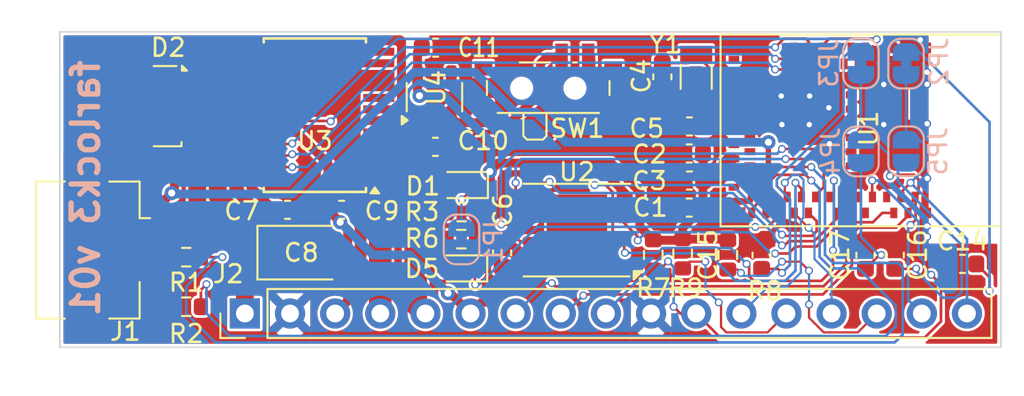
<source format=kicad_pcb>
(kicad_pcb (version 20241229) (generator "pcbnew") (generator_version "9.0")
  (title_block (title "farlock3") (date "2025-06-08") (rev "v01") (comment 4 "Author: Joel Frazier"))
  (layers (0 "F.Cu" signal) (2 "B.Cu" signal) (13 "F.Paste" user) (15 "B.Paste" user) (5 "F.SilkS" user "F.Silkscreen") (7 "B.SilkS" user "B.Silkscreen") (1 "F.Mask" user) (3 "B.Mask" user) (25 "Edge.Cuts" user))
  (net 0 "")
  (net 1 "+3V3")
  (net 2 "LED_ACCD+")
  (net 3 "LED_ACCG+")
  (net 4 "P0.25")
  (net 5 "Net-(D5-A)")
  (net 6 "Net-(D1-A)")
  (net 7 "Net-(U1-D+)")
  (net 8 "D+_CON")
  (net 9 "Net-(U1-D-)")
  (net 10 "D-_CON")
  (net 11 "+VDC")
  (net 12 "VBUS")
  (net 13 "VIN")
  (net 15 "SW_POS2")
  (net 16 "Net-(SW1-B)")
  (net 17 "P0.17")
  (net 18 "P0.22")
  (net 19 "P0.19")
  (net 20 "P0.23")
  (net 21 "P0.20")
  (net 22 "P0.21")
  (net 23 "P0.30")
  (net 24 "MOTOR_2")
  (net 25 "P0.29")
  (net 26 "MOTOR_1")
  (net 27 "P0.28")
  (net 31 "P0.31")
  (net 50 "Net-(U1-P0.01{slash}XL2)")
  (net 53 "P0.13")
  (net 55 "LED_ACCG-")
  (net 56 "Net-(U1-P0.00{slash}XL1)")
  (net 60 "SWDCLK")
  (net 62 "RESET")
  (net 63 "LED_ACCD-")
  (net 66 "P0.09{slash}NFC1")
  (net 67 "SWDIO")
  (net 68 "P0.10{slash}NFC2")
  (net 73 "Net-(D1-K)")
  (net 74 "Net-(JP5-A)")
  (net 75 "Net-(JP4-A)")
  (net 76 "Net-(JP3-A)")
  (net 77 "Net-(JP2-A)")
  (footprint "Capacitor_SMD:C_0603_1608Metric" (layer "F.Cu") (at 165.341 133.858 180)
    (property "Reference" "C2")
    (property "Value" "10µF")
  )
  (footprint "Resistor_SMD:R_0603_1608Metric" (layer "F.Cu") (at 167.513 139.573 -90)
    (property "Reference" "R8")
    (property "Value" "330")
  )
  (footprint "Capacitor_SMD:C_0603_1608Metric" (layer "F.Cu") (at 180.721 140.081 180)
    (property "Reference" "C14")
    (property "Value" "300pF")
  )
  (footprint "MDBT50Q:MDBT50Q" (layer "F.Cu") (at 175.006 132.558 -90)
    (property "Reference" "U1")
    (property "Value" "MDBT50Q")
  )
  (footprint "LED_SMD:LED_0603_1608Metric" (layer "F.Cu") (at 152.4895 140.335 180)
    (property "Reference" "D5")
    (property "Value" "Blue")
  )
  (footprint "Resistor_SMD:R_0603_1608Metric" (layer "F.Cu") (at 163.322 139.573 90)
    (property "Reference" "R7")
    (property "Value" "10k")
  )
  (footprint "Capacitor_SMD:C_0603_1608Metric" (layer "F.Cu") (at 154.813 139.459 90)
    (property "Reference" "C6")
    (property "Value" "0.1µF")
  )
  (footprint "Resistor_SMD:R_0603_1608Metric" (layer "F.Cu") (at 152.527 137.16 180)
    (property "Reference" "R3")
    (property "Value" "1k")
  )
  (footprint "Capacitor_SMD:C_0603_1608Metric" (layer "F.Cu") (at 145.783 137.033)
    (property "Reference" "C9")
    (property "Value" "0.1µF")
  )
  (footprint "Capacitor_SMD:C_0603_1608Metric" (layer "F.Cu") (at 169.418 139.586 90)
    (property "Reference" "C15")
    (property "Value" "300pF")
  )
  (footprint "LED_SMD:LED_0603_1608Metric" (layer "F.Cu") (at 152.527 135.636 180)
    (property "Reference" "D1")
    (property "Value" "Red")
  )
  (footprint "Capacitor_Tantalum_SMD:CP_EIA-3528-21_Kemet-B" (layer "F.Cu") (at 143.51 139.446)
    (property "Reference" "C8")
    (property "Value" "10µF")
  )
  (footprint "Resistor_SMD:R_0603_1608Metric" (layer "F.Cu") (at 164.973 139.509 -90)
    (property "Reference" "R9")
    (property "Value" "330")
  )
  (footprint "Resistor_SMD:R_0603_1608Metric" (layer "F.Cu") (at 137.033 142.494 180)
    (property "Reference" "R2")
    (property "Value" "27")
  )
  (footprint "Package_SO:SSOP-24_5.3x8.2mm_P0.65mm" (layer "F.Cu") (at 144.272 131.699 180)
    (property "Reference" "U3")
    (property "Value" "TB6612FNG")
  )
  (footprint "Capacitor_SMD:C_0603_1608Metric" (layer "F.Cu") (at 165.354 135.382 180)
    (property "Reference" "C3")
    (property "Value" "0.1µF")
  )
  (footprint "Package_TO_SOT_SMD:SOT-23-5" (layer "F.Cu") (at 151.003 130.683 90)
    (property "Reference" "U4")
    (property "Value" "AP2112K-3.3")
  )
  (footprint "Crystal:Crystal_SMD_3215-2Pin_3.2x1.5mm" (layer "F.Cu") (at 165.735 129.54 90)
    (property "Reference" "Y1")
    (property "Value" "32.768kHz")
  )
  (footprint "Package_TO_SOT_SMD:TO-277A" (layer "F.Cu") (at 133.604 131.191 -90)
    (property "Reference" "D2")
    (property "Value" "6A/45V/520mV")
  )
  (footprint "Capacitor_SMD:C_0603_1608Metric" (layer "F.Cu") (at 151.056 133.4825)
    (property "Reference" "C10")
    (property "Value" "1.0µF")
  )
  (footprint "Capacitor_SMD:C_0603_1608Metric" (layer "F.Cu") (at 151.069 127.8945)
    (property "Reference" "C11")
    (property "Value" "1.0µF")
  )
  (footprint "Button_Switch_SMD:SW_SPDT_PCM12" (layer "F.Cu") (at 157.409 129.845)
    (property "Reference" "SW1")
    (property "Value" "SW_SPDT")
  )
  (footprint "Resistor_SMD:R_0603_1608Metric" (layer "F.Cu") (at 152.515 138.684 180)
    (property "Reference" "R6")
    (property "Value" "1k")
  )
  (footprint "Capacitor_SMD:C_0603_1608Metric" (layer "F.Cu") (at 142.735 137.033)
    (property "Reference" "C7")
    (property "Value" "0.1µF")
  )
  (footprint "Capacitor_SMD:C_0603_1608Metric" (layer "F.Cu") (at 165.341 136.906 180)
    (property "Reference" "C1")
    (property "Value" "10µF")
  )
  (footprint "Capacitor_SMD:C_0603_1608Metric" (layer "F.Cu") (at 165.354 132.334 180)
    (property "Reference" "C5")
    (property "Value" "15pF")
  )
  (footprint "Capacitor_SMD:C_0603_1608Metric" (layer "F.Cu") (at 175.26 139.586 90)
    (property "Reference" "C17")
    (property "Value" "DNP")
  )
  (footprint "Connector_USB:USB_Micro-B_Amphenol_10104110_Horizontal" (layer "F.Cu") (at 132.75 139.3 -90)
    (property "Reference" "J1")
    (property "Value" "USB_B_Micro")
  )
  (footprint "Connector_PinHeader_2.54mm:PinHeader_1x17_P2.54mm_Vertical" (layer "F.Cu") (at 140.335 142.875 90)
    (property "Reference" "J2")
    (property "Value" "Conn_01x17")
  )
  (footprint "Capacitor_SMD:C_0603_1608Metric" (layer "F.Cu") (at 176.911 139.586 90)
    (property "Reference" "C16")
    (property "Value" "dnp")
  )
  (footprint "Capacitor_SMD:C_0603_1608Metric" (layer "F.Cu") (at 163.83 129.54 -90)
    (property "Reference" "C4")
    (property "Value" "15pF")
  )
  (footprint "Package_SON:WSON-8-1EP_6x5mm_P1.27mm_EP3.4x4mm" (layer "F.Cu") (at 159.021 138.176 180)
    (property "Reference" "U2")
    (property "Value" "MX25R6435FZNIL0")
  )
  (footprint "Resistor_SMD:R_0603_1608Metric" (layer "F.Cu") (at 137.033 139.7 180)
    (property "Reference" "R1")
    (property "Value" "27")
  )
  (footprint "Jumper:SolderJumper-2_P1.3mm_Bridged_RoundedPad1.0x1.5mm" (layer "B.Cu") (at 175.006 128.778 -90)
    (property "Reference" "JP3")
    (property "Value" "NFC2")
  )
  (footprint "Jumper:SolderJumper-2_P1.3mm_Bridged_RoundedPad1.0x1.5mm" (layer "B.Cu") (at 177.546 128.793 -90)
    (property "Reference" "JP2")
    (property "Value" "NFC1")
  )
  (footprint "Jumper:SolderJumper-2_P1.3mm_Bridged_RoundedPad1.0x1.5mm" (layer "B.Cu") (at 152.527 138.7 90)
    (property "Reference" "JP1")
    (property "Value" "Power LED")
  )
  (footprint "Jumper:SolderJumper-2_P1.3mm_Open_RoundedPad1.0x1.5mm" (layer "B.Cu") (at 175.006 133.746 90)
    (property "Reference" "JP4")
    (property "Value" "NFC2")
  )
  (footprint "Jumper:SolderJumper-2_P1.3mm_Open_RoundedPad1.0x1.5mm" (layer "B.Cu") (at 177.546 133.731 90)
    (property "Reference" "JP5")
    (property "Value" "NFC1")
  )
  (gr_line (start 129.921 144.78) (end 129.921 127) (stroke (width 0.1)) (layer "Edge.Cuts"))
  (gr_line (start 129.921 127) (end 182.88 127) (stroke (width 0.1)) (layer "Edge.Cuts"))
  (gr_line (start 182.88 144.78) (end 129.921 144.78) (stroke (width 0.1)) (layer "Edge.Cuts"))
  (gr_line (start 182.88 127) (end 182.88 144.78) (stroke (width 0.1)) (layer "Edge.Cuts"))
  (gr_text "farlock3 v01" (at 132.25 128.45 90) (layer "B.SilkS") (effects (font (size 1.5 1.5) (thickness 0.3) (bold yes)) (justify left bottom mirror)))
  (segment (start 153.352 138.672) (end 153.34 138.684) (width 0.5) (layer "F.Cu") (net 1))
  (segment (start 160.94734 134.4) (end 154.593434 134.4) (width 0.5) (layer "F.Cu") (net 1))
  (segment (start 164.973 138.684) (end 164.973 138.049) (width 0.5) (layer "F.Cu") (net 1))
  (segment (start 151.765 141.732) (end 151.892 141.732) (width 0.5) (layer "F.Cu") (net 1))
  (segment (start 151.892 141.732) (end 153.035 142.875) (width 0.5) (layer "F.Cu") (net 1))
  (segment (start 163.322 138.748) (end 162.56 137.986) (width 0.5) (layer "F.Cu") (net 1))
  (segment (start 162.56 137.986) (end 162.56 136.01266) (width 0.5) (layer "F.Cu") (net 1))
  (segment (start 154.813 141.732) (end 154.813 140.234) (width 0.5) (layer "F.Cu") (net 1))
  (segment (start 167.3225 135.1915) (end 167.132 135.382) (width 0.5) (layer "F.Cu") (net 1))
  (segment (start 164.909 138.748) (end 164.973 138.684) (width 0.5) (layer "F.Cu") (net 1))
  (segment (start 162.56 136.01266) (end 160.94734 134.4) (width 0.5) (layer "F.Cu") (net 1))
  (segment (start 156.3585 140.081) (end 154.966 140.081) (width 0.3) (layer "F.Cu") (net 1))
  (segment (start 167.467 134.158) (end 167.259 134.366) (width 0.5) (layer "F.Cu") (net 1))
  (segment (start 150.053 130.499153) (end 150.161847 130.608) (width 0.5) (layer "F.Cu") (net 1))
  (segment (start 150.053 129.5455) (end 150.053 128.1355) (width 0.5) (layer "F.Cu") (net 1))
  (segment (start 154.153 134.910432) (end 154.118001 134.875433) (width 0.5) (layer "F.Cu") (net 1))
  (segment (start 150.053 129.5455) (end 150.053 130.499153) (width 0.5) (layer "F.Cu") (net 1))
  (segment (start 163.322 138.748) (end 164.909 138.748) (width 0.5) (layer "F.Cu") (net 1))
  (segment (start 167.856 134.958) (end 167.556 134.958) (width 0.5) (layer "F.Cu") (net 1))
  (segment (start 166.129 133.871) (end 166.116 133.858) (width 0.5) (layer "F.Cu") (net 1))
  (segment (start 164.973 138.684) (end 167.449 138.684) (width 0.5) (layer "F.Cu") (net 1))
  (segment (start 166.129 135.382) (end 166.129 133.871) (width 0.5) (layer "F.Cu") (net 1))
  (segment (start 145.415 142.875) (end 146.121 142.169) (width 0.5) (layer "F.Cu") (net 1))
  (segment (start 167.556 134.958) (end 167.3225 135.1915) (width 0.5) (layer "F.Cu") (net 1))
  (segment (start 164.973 138.049) (end 166.116 136.906) (width 0.5) (layer "F.Cu") (net 1))
  (segment (start 146.121 142.169) (end 146.121 138.146) (width 0.5) (layer "F.Cu") (net 1))
  (segment (start 166.116 136.906) (end 166.116 135.395) (width 0.5) (layer "F.Cu") (net 1))
  (segment (start 153.34 138.684) (end 153.34 138.761) (width 0.5) (layer "F.Cu") (net 1))
  (segment (start 154.966 140.081) (end 154.813 140.234) (width 0.3) (layer "F.Cu") (net 1))
  (segment (start 166.116 135.395) (end 166.129 135.382) (width 0.5) (layer "F.Cu") (net 1))
  (segment (start 167.259 135.128) (end 167.3225 135.1915) (width 0.5) (layer "F.Cu") (net 1))
  (segment (start 167.132 135.382) (end 166.129 135.382) (width 0.5) (layer "F.Cu") (net 1))
  (segment (start 167.856 134.158) (end 167.467 134.158) (width 0.5) (layer "F.Cu") (net 1))
  (segment (start 150.053 128.1355) (end 150.294 127.8945) (width 0.5) (layer "F.Cu") (net 1))
  (segment (start 167.449 138.684) (end 167.513 138.748) (width 0.5) (layer "F.Cu") (net 1))
  (segment (start 143.262298 132.674) (end 145.008 134.419702) (width 0.5) (layer "F.Cu") (net 1))
  (segment (start 154.118001 134.875433) (end 154.125568 134.883) (width 0.5) (layer "F.Cu") (net 1))
  (segment (start 153.035 142.875) (end 153.67 142.24) (width 0.5) (layer "F.Cu") (net 1))
  (segment (start 153.352 137.16) (end 153.352 138.672) (width 0.5) (layer "F.Cu") (net 1))
  (segment (start 153.352 137.16) (end 154.153 136.359) (width 0.5) (layer "F.Cu") (net 1))
  (segment (start 167.259 134.366) (end 167.259 135.128) (width 0.5) (layer "F.Cu") (net 1))
  (segment (start 146.121 138.146) (end 145.008 137.033) (width 0.5) (layer "F.Cu") (net 1))
  (segment (start 153.67 142.24) (end 154.305 142.24) (width 0.5) (layer "F.Cu") (net 1))
  (segment (start 154.305 142.24) (end 154.813 141.732) (width 0.5) (layer "F.Cu") (net 1))
  (segment (start 154.593434 134.4) (end 154.118001 134.875433) (width 0.5) (layer "F.Cu") (net 1))
  (segment (start 145.008 134.419702) (end 145.008 137.033) (width 0.5) (layer "F.Cu") (net 1))
  (segment (start 156.2055 140.234) (end 156.3585 140.081) (width 0.15) (layer "F.Cu") (net 1))
  (segment (start 154.153 136.359) (end 154.153 134.910432) (width 0.5) (layer "F.Cu") (net 1))
  (segment (start 153.34 138.761) (end 154.813 140.234) (width 0.5) (layer "F.Cu") (net 1))
  (segment (start 140.672 132.674) (end 143.262298 132.674) (width 0.5) (layer "F.Cu") (net 1))
  (via (at 145.699715 137.731621) (size 0.8) (drill 0.4) (layers "F.Cu" "B.Cu") (net 1))
  (via (at 151.765 141.732) (size 0.8) (drill 0.4) (layers "F.Cu" "B.Cu") (net 1))
  (via (at 154.118001 134.875433) (size 0.8) (drill 0.4) (layers "F.Cu" "B.Cu") (net 1))
  (via (at 150.161847 130.608) (size 0.8) (drill 0.4) (layers "F.Cu" "B.Cu") (net 1))
  (segment (start 154.178 133.223) (end 154.178 134.815434) (width 0.5) (layer "B.Cu") (net 1))
  (segment (start 147.541094 139.573) (end 145.699715 137.731621) (width 0.5) (layer "B.Cu") (net 1))
  (segment (start 154.178 134.815434) (end 154.118001 134.875433) (width 0.5) (layer "B.Cu") (net 1))
  (segment (start 149.606 139.573) (end 147.541094 139.573) (width 0.5) (layer "B.Cu") (net 1))
  (segment (start 151.563 130.608) (end 154.178 133.223) (width 0.5) (layer "B.Cu") (net 1))
  (segment (start 149.606 139.573) (end 151.765 141.732) (width 0.5) (layer "B.Cu") (net 1))
  (segment (start 150.161847 130.608) (end 151.563 130.608) (width 0.5) (layer "B.Cu") (net 1))
  (segment (start 167.132 143.637) (end 167.132 142.376) (width 0.127) (layer "F.Cu") (net 2))
  (segment (start 167.4345 143.9395) (end 167.132 143.637) (width 0.127) (layer "F.Cu") (net 2))
  (segment (start 165.353 139.954) (end 164.973 140.334) (width 0.127) (layer "F.Cu") (net 2))
  (segment (start 169.7505 143.9395) (end 167.4345 143.9395) (width 0.127) (layer "F.Cu") (net 2))
  (segment (start 170.815 142.875) (end 169.7505 143.9395) (width 0.127) (layer "F.Cu") (net 2))
  (segment (start 167.132 142.376) (end 167.005 142.249) (width 0.127) (layer "F.Cu") (net 2))
  (segment (start 166.243 139.954) (end 165.353 139.954) (width 0.127) (layer "F.Cu") (net 2))
  (via (at 167.005 142.249) (size 0.45) (drill 0.3) (layers "F.Cu" "B.Cu") (net 2))
  (via (at 166.243 139.954) (size 0.45) (drill 0.3) (layers "F.Cu" "B.Cu") (net 2))
  (segment (start 166.261019 140.589) (end 166.261019 139.972019) (width 0.127) (layer "B.Cu") (net 2))
  (segment (start 166.261019 139.972019) (end 166.243 139.954) (width 0.127) (layer "B.Cu") (net 2))
  (segment (start 167.005 142.249) (end 166.261019 141.505019) (width 0.127) (layer "B.Cu") (net 2))
  (segment (start 166.261019 141.505019) (end 166.261019 140.589) (width 0.127) (layer "B.Cu") (net 2))
  (segment (start 172.085 143.110431) (end 172.085 142.367) (width 0.127) (layer "F.Cu") (net 3))
  (segment (start 174.8305 143.9395) (end 172.914069 143.9395) (width 0.127) (layer "F.Cu") (net 3))
  (segment (start 172.914069 143.9395) (end 172.085 143.110431) (width 0.127) (layer "F.Cu") (net 3))
  (segment (start 171.577 139.954) (end 172.085 140.462) (width 0.127) (layer "F.Cu") (net 3))
  (segment (start 170.561 139.954) (end 171.577 139.954) (width 0.127) (layer "F.Cu") (net 3))
  (segment (start 167.513 140.398) (end 168.061 140.398) (width 0.127) (layer "F.Cu") (net 3))
  (segment (start 168.061 140.398) (end 168.25 140.587) (width 0.127) (layer "F.Cu") (net 3))
  (segment (start 175.895 142.875) (end 174.8305 143.9395) (width 0.127) (layer "F.Cu") (net 3))
  (via (at 172.085 140.462) (size 0.45) (drill 0.3) (layers "F.Cu" "B.Cu") (net 3))
  (via (at 172.085 142.367) (size 0.45) (drill 0.3) (layers "F.Cu" "B.Cu") (net 3))
  (via (at 170.561 139.954) (size 0.45) (drill 0.3) (layers "F.Cu" "B.Cu") (net 3))
  (via (at 168.25 140.587) (size 0.45) (drill 0.3) (layers "F.Cu" "B.Cu") (net 3))
  (segment (start 170.476558 140.038442) (end 170.561 139.954) (width 0.127) (layer "B.Cu") (net 3))
  (segment (start 172.085 140.462) (end 172.085 142.367) (width 0.127) (layer "B.Cu") (net 3))
  (segment (start 169.963226 140.563226) (end 170.561 139.965453) (width 0.127) (layer "B.Cu") (net 3))
  (segment (start 170.561 139.965453) (end 170.561 139.954) (width 0.127) (layer "B.Cu") (net 3))
  (segment (start 168.25 140.65) (end 168.3485 140.7485) (width 0.127) (layer "B.Cu") (net 3))
  (segment (start 168.3485 140.7485) (end 169.777952 140.7485) (width 0.127) (layer "B.Cu") (net 3))
  (segment (start 169.777952 140.7485) (end 169.963226 140.563226) (width 0.127) (layer "B.Cu") (net 3))
  (segment (start 168.25 140.587) (end 168.25 140.65) (width 0.127) (layer "B.Cu") (net 3))
  (segment (start 175.641 135.382) (end 175.641 136.293) (width 0.15) (layer "F.Cu") (net 4))
  (segment (start 179.493398 141.224) (end 178.964199 140.694801) (width 0.15) (layer "F.Cu") (net 4))
  (segment (start 165.735 142.875) (end 164.846 142.875) (width 0.15) (layer "F.Cu") (net 4))
  (segment (start 175.641 136.293) (end 175.656 136.308) (width 0.15) (layer "F.Cu") (net 4))
  (segment (start 165.735 142.875) (end 167.089 144.229) (width 0.15) (layer "F.Cu") (net 4))
  (segment (start 179.511 143.320694) (end 179.511 141.224) (width 0.15) (layer "F.Cu") (net 4))
  (segment (start 163.322 140.398) (end 163.692973 140.398) (width 0.15) (layer "F.Cu") (net 4))
  (segment (start 178.602694 144.229) (end 179.511 143.320694) (width 0.15) (layer "F.Cu") (net 4))
  (segment (start 163.692973 140.398) (end 164.153974 139.936999) (width 0.15) (layer "F.Cu") (net 4))
  (segment (start 164.846 142.875) (end 164.465 142.494) (width 0.15) (layer "F.Cu") (net 4))
  (segment (start 167.089 144.229) (end 178.602694 144.229) (width 0.15) (layer "F.Cu") (net 4))
  (via (at 164.153974 139.936999) (size 0.45) (drill 0.3) (layers "F.Cu" "B.Cu") (net 4))
  (via (at 178.964199 140.694801) (size 0.45) (drill 0.3) (layers "F.Cu" "B.Cu") (net 4))
  (via (at 175.641 135.382) (size 0.45) (drill 0.3) (layers "F.Cu" "B.Cu") (net 4))
  (via (at 164.465 142.494) (size 0.45) (drill 0.3) (layers "F.Cu" "B.Cu") (net 4))
  (segment (start 178.250301 139.60583) (end 178.56576 139.921289) (width 0.15) (layer "B.Cu") (net 4))
  (segment (start 164.465 140.248025) (end 164.465 142.494) (width 0.15) (layer "B.Cu") (net 4))
  (segment (start 178.56576 139.921289) (end 178.56576 140.296362) (width 0.15) (layer "B.Cu") (net 4))
  (segment (start 175.641 135.382) (end 176.022 135.382) (width 0.15) (layer "B.Cu") (net 4))
  (segment (start 178.250301 137.696191) (end 178.250301 139.60583) (width 0.15) (layer "B.Cu") (net 4))
  (segment (start 178.56576 140.296362) (end 178.964199 140.694801) (width 0.15) (layer "B.Cu") (net 4))
  (segment (start 176.022 135.46789) (end 178.250301 137.696191) (width 0.15) (layer "B.Cu") (net 4))
  (segment (start 176.022 135.382) (end 176.022 135.46789) (width 0.15) (layer "B.Cu") (net 4))
  (segment (start 164.153974 139.936999) (end 164.465 140.248025) (width 0.15) (layer "B.Cu") (net 4))
  (segment (start 151.702 140.335) (end 151.702 138.696) (width 0.15) (layer "F.Cu") (net 5))
  (segment (start 151.702 138.696) (end 151.69 138.684) (width 0.15) (layer "F.Cu") (net 5))
  (segment (start 151.7395 137.1225) (end 151.702 137.16) (width 0.15) (layer "F.Cu") (net 6))
  (segment (start 151.7395 135.636) (end 151.7395 137.1225) (width 0.15) (layer "F.Cu") (net 6))
  (segment (start 172.212 135.382) (end 171.888 135.058) (width 0.15) (layer "F.Cu") (net 7))
  (segment (start 170.247189 135.058) (end 169.63 135.675189) (width 0.15) (layer "F.Cu") (net 7))
  (segment (start 169.63 135.675189) (end 169.63 137.182) (width 0.15) (layer "F.Cu") (net 7))
  (segment (start 171.888 135.058) (end 170.247189 135.058) (width 0.15) (layer "F.Cu") (net 7))
  (segment (start 137.858 141.542) (end 138.176 141.224) (width 0.15) (layer "F.Cu") (net 7))
  (segment (start 137.858 142.494) (end 137.858 141.542) (width 0.15) (layer "F.Cu") (net 7))
  (segment (start 169.63 137.182) (end 169.656 137.208) (width 0.15) (layer "F.Cu") (net 7))
  (via (at 172.212 135.382) (size 0.45) (drill 0.3) (layers "F.Cu" "B.Cu") (net 7))
  (via (at 138.176 141.224) (size 0.45) (drill 0.3) (layers "F.Cu" "B.Cu") (net 7))
  (segment (start 172.6815 135.8515) (end 172.6815 139.6888) (width 0.15) (layer "B.Cu") (net 7))
  (segment (start 172.212 135.382) (end 172.6815 135.8515) (width 0.15) (layer "B.Cu") (net 7))
  (segment (start 139.453 144.145) (end 176.403 144.145) (width 0.15) (layer "B.Cu") (net 7))
  (segment (start 176.971 143.577) (end 176.403 144.145) (width 0.15) (layer "B.Cu") (net 7))
  (segment (start 176.971 142.429306) (end 176.971 143.577) (width 0.15) (layer "B.Cu") (net 7))
  (segment (start 172.6815 139.6888) (end 173.3277 140.335) (width 0.15) (layer "B.Cu") (net 7))
  (segment (start 173.3277 140.335) (end 174.876694 140.335) (width 0.15) (layer "B.Cu") (net 7))
  (segment (start 138.176 141.224) (end 138.176 142.868) (width 0.15) (layer "B.Cu") (net 7))
  (segment (start 174.876694 140.335) (end 176.971 142.429306) (width 0.15) (layer "B.Cu") (net 7))
  (segment (start 138.176 142.868) (end 139.453 144.145) (width 0.15) (layer "B.Cu") (net 7))
  (segment (start 136.208 142.494) (end 135.509 141.795) (width 0.15) (layer "F.Cu") (net 8))
  (segment (start 135.109 139.3) (end 134.3 139.3) (width 0.15) (layer "F.Cu") (net 8))
  (segment (start 135.509 139.7) (end 135.109 139.3) (width 0.15) (layer "F.Cu") (net 8))
  (segment (start 135.509 141.795) (end 135.509 139.7) (width 0.15) (layer "F.Cu") (net 8))
  (segment (start 169.329 135.550511) (end 169.329 136.525) (width 0.15) (layer "F.Cu") (net 9))
  (segment (start 169.329 136.525) (end 168.856 136.998) (width 0.15) (layer "F.Cu") (net 9))
  (segment (start 170.259097 134.620414) (end 169.329 135.550511) (width 0.15) (layer "F.Cu") (net 9))
  (segment (start 137.858 139.7) (end 139.065 139.7) (width 0.15) (layer "F.Cu") (net 9))
  (segment (start 168.856 136.998) (end 168.856 137.208) (width 0.15) (layer "F.Cu") (net 9))
  (segment (start 172.212 134.620414) (end 170.259097 134.620414) (width 0.15) (layer "F.Cu") (net 9))
  (via (at 139.065 139.7) (size 0.45) (drill 0.3) (layers "F.Cu" "B.Cu") (net 9))
  (via (at 172.212 134.620414) (size 0.45) (drill 0.3) (layers "F.Cu" "B.Cu") (net 9))
  (segment (start 137.033 141.351) (end 138.684 139.7) (width 0.15) (layer "B.Cu") (net 9))
  (segment (start 138.662 144.504) (end 137.033 142.875) (width 0.15) (layer "B.Cu") (net 9))
  (segment (start 172.212414 134.620414) (end 172.9825 135.3905) (width 0.15) (layer "B.Cu") (net 9))
  (segment (start 138.684 139.7) (end 139.065 139.7) (width 0.15) (layer "B.Cu") (net 9))
  (segment (start 172.212 134.620414) (end 172.212414 134.620414) (width 0.15) (layer "B.Cu") (net 9))
  (segment (start 137.033 142.875) (end 137.033 141.351) (width 0.15) (layer "B.Cu") (net 9))
  (segment (start 172.9825 139.564122) (end 173.44572 140.027342) (width 0.15) (layer "B.Cu") (net 9))
  (segment (start 173.44572 140.027342) (end 177.109036 140.027342) (width 0.15) (layer "B.Cu") (net 9))
  (segment (start 177.109036 140.027342) (end 177.359 140.277306) (width 0.15) (layer "B.Cu") (net 9))
  (segment (start 177.359 144.056) (end 176.911 144.504) (width 0.15) (layer "B.Cu") (net 9))
  (segment (start 176.911 144.504) (end 138.662 144.504) (width 0.15) (layer "B.Cu") (net 9))
  (segment (start 172.9825 135.3905) (end 172.9825 139.564122) (width 0.15) (layer "B.Cu") (net 9))
  (segment (start 177.359 140.277306) (end 177.359 144.056) (width 0.15) (layer "B.Cu") (net 9))
  (segment (start 135.158 138.65) (end 134.3 138.65) (width 0.15) (layer "F.Cu") (net 10))
  (segment (start 136.208 139.7) (end 135.158 138.65) (width 0.15) (layer "F.Cu") (net 10))
  (segment (start 150.053 131.8205) (end 149.148 130.9155) (width 0.5) (layer "F.Cu") (net 11))
  (segment (start 159.81 130.548206) (end 159.81 128.566) (width 0.5) (layer "F.Cu") (net 11))
  (segment (start 159.81 128.566) (end 159.659 128.415) (width 0.5) (layer "F.Cu") (net 11))
  (segment (start 139.281 128.413) (end 141.25 128.413) (width 1) (layer "F.Cu") (net 11))
  (segment (start 142.165 127.498) (end 141.25 128.413) (width 0.5) (layer "F.Cu") (net 11))
  (segment (start 142.722 137.795) (end 141.96 137.033) (width 0.5) (layer "F.Cu") (net 11))
  (segment (start 140.672 135.745) (end 141.96 137.033) (width 0.5) (layer "F.Cu") (net 11))
  (segment (start 141.97 139.446) (end 142.748 138.668) (width 0.5) (layer "F.Cu") (net 11))
  (segment (start 142.748 138.668) (end 142.748 137.795) (width 0.5) (layer "F.Cu") (net 11))
  (segment (start 141.97 139.446) (end 138.806 136.282) (width 1) (layer "F.Cu") (net 11))
  (segment (start 150.281 132.0485) (end 150.053 131.8205) (width 0.15) (layer "F.Cu") (net 11))
  (segment (start 138.92 128.774) (end 138.806 128.888) (width 0.5) (layer "F.Cu") (net 11))
  (segment (start 150.053 133.2545) (end 150.281 133.4825) (width 0.5) (layer "F.Cu") (net 11))
  (segment (start 152.321532 134.3585) (end 153.496032 133.184) (width 0.5) (layer "F.Cu") (net 11))
  (segment (start 157.174206 133.184) (end 159.81 130.548206) (width 0.5) (layer "F.Cu") (net 11))
  (segment (start 140.672 128.774) (end 138.92 128.774) (width 0.5) (layer "F.Cu") (net 11))
  (segment (start 153.496032 133.184) (end 157.174206 133.184) (width 0.5) (layer "F.Cu") (net 11))
  (segment (start 138.806 128.888) (end 139.281 128.413) (width 1) (layer "F.Cu") (net 11))
  (segment (start 142.748 137.795) (end 142.722 137.795) (width 0.5) (layer "F.Cu") (net 11))
  (segment (start 150.281 133.4825) (end 151.157 134.3585) (width 0.5) (layer "F.Cu") (net 11))
  (segment (start 150.053 131.8205) (end 150.053 133.2545) (width 0.5) (layer "F.Cu") (net 11))
  (segment (start 149.148 127.498) (end 142.165 127.498) (width 0.5) (layer "F.Cu") (net 11))
  (segment (start 151.157 134.3585) (end 152.321532 134.3585) (width 0.5) (layer "F.Cu") (net 11))
  (segment (start 138.806 136.282) (end 138.806 128.888) (width 1) (layer "F.Cu") (net 11))
  (segment (start 140.672 135.274) (end 140.672 135.745) (width 0.5) (layer "F.Cu") (net 11))
  (segment (start 159.659 128.24) (end 159.81 128.391) (width 0.5) (layer "F.Cu") (net 11))
  (segment (start 149.148 130.9155) (end 149.148 127.498) (width 0.5) (layer "F.Cu") (net 11))
  (segment (start 136.2135 136.0865) (end 136.369 135.931) (width 0.5) (layer "F.Cu") (net 12))
  (segment (start 168.75 136.558) (end 168.783 136.525) (width 0.3) (layer "F.Cu") (net 12))
  (segment (start 134.3 138) (end 136.2135 136.0865) (width 0.5) (layer "F.Cu") (net 12))
  (segment (start 168.783 135.509) (end 169.799 134.493) (width 0.3) (layer "F.Cu") (net 12))
  (segment (start 167.856 136.558) (end 168.75 136.558) (width 0.3) (layer "F.Cu") (net 12))
  (segment (start 136.369 135.931) (end 136.369 132.231) (width 0.5) (layer "F.Cu") (net 12))
  (segment (start 167.856 136.558) (end 168.258 136.558) (width 0.4) (layer "F.Cu") (net 12))
  (segment (start 168.783 136.525) (end 168.783 135.509) (width 0.3) (layer "F.Cu") (net 12))
  (segment (start 169.799 134.493) (end 169.799 133.223) (width 0.3) (layer "F.Cu") (net 12))
  (via (at 169.799 133.223) (size 0.8) (drill 0.4) (layers "F.Cu" "B.Cu") (net 12))
  (via (at 136.2135 136.0865) (size 0.8) (drill 0.4) (layers "F.Cu" "B.Cu") (net 12))
  (segment (start 143.002 136.144) (end 136.271 136.144) (width 0.5) (layer "B.Cu") (net 12))
  (segment (start 158.405 133.223) (end 169.799 133.223) (width 0.5) (layer "B.Cu") (net 12))
  (segment (start 136.271 136.144) (end 136.2135 136.0865) (width 0.5) (layer "B.Cu") (net 12))
  (segment (start 155.536 131.533) (end 156.715 131.533) (width 0.5) (layer "B.Cu") (net 12))
  (segment (start 143.002 136.144) (end 149.86 129.286) (width 0.5) (layer "B.Cu") (net 12))
  (segment (start 149.86 129.286) (end 153.289 129.286) (width 0.5) (layer "B.Cu") (net 12))
  (segment (start 156.715 131.533) (end 158.405 133.223) (width 0.5) (layer "B.Cu") (net 12))
  (segment (start 153.289 129.286) (end 155.536 131.533) (width 0.5) (layer "B.Cu") (net 12))
  (segment (start 140.335 142.875) (end 140.335 139.43876) (width 1) (layer "F.Cu") (net 13))
  (segment (start 137.655 136.75876) (end 137.655 131.437) (width 1) (layer "F.Cu") (net 13))
  (segment (start 137.655 131.437) (end 136.369 130.151) (width 1) (layer "F.Cu") (net 13))
  (segment (start 140.335 139.43876) (end 137.655 136.75876) (width 1) (layer "F.Cu") (net 13))
  (segment (start 151.003 132.6545) (end 151.831 133.4825) (width 0.5) (layer "F.Cu") (net 15))
  (segment (start 130.803 136.151) (end 131.374 136.151) (width 0.15) (layer "F.Cu") (net 15))
  (segment (start 169.418 138.811) (end 169.430678 138.811) (width 0.15) (layer "F.Cu") (net 15))
  (segment (start 151.003 131.8205) (end 151.003 132.6545) (width 0.5) (layer "F.Cu") (net 15))
  (segment (start 131.374 135.501) (end 131.366 135.509) (width 0.15) (layer "F.Cu") (net 15))
  (segment (start 154.813 138.684) (end 154.9615 138.684) (width 0.15) (layer "F.Cu") (net 15))
  (via (at 178.73 129.96) (size 0.45) (drill 0.3) (layers "F.Cu" "B.Cu") (net 15))
  (via (at 170.52 130.62) (size 0.45) (drill 0.3) (layers "F.Cu" "B.Cu") (net 15))
  (via (at 178.73 129.28) (size 0.45) (drill 0.3) (layers "F.Cu" "B.Cu") (net 15))
  (via (at 170.56 132.23) (size 0.45) (drill 0.3) (layers "F.Cu" "B.Cu") (net 15))
  (via (at 178.73 132.18) (size 0.45) (drill 0.3) (layers "F.Cu" "B.Cu") (net 15))
  (via (at 178.73 138.55) (size 0.45) (drill 0.3) (layers "F.Cu" "B.Cu") (net 15))
  (via (at 178.35 127.45) (size 0.45) (drill 0.3) (layers "F.Cu" "B.Cu") (net 15))
  (via (at 173.24 133.31) (size 0.45) (drill 0.3) (layers "F.Cu" "B.Cu") (net 15))
  (via (at 176.29 129.97) (size 0.45) (drill 0.3) (layers "F.Cu" "B.Cu") (net 15))
  (via (at 172.1 132.23) (size 0.45) (drill 0.3) (layers "F.Cu" "B.Cu") (net 15))
  (via (at 173.2 131.28) (size 0.45) (drill 0.3) (layers "F.Cu" "B.Cu") (net 15))
  (via (at 178.72 137.95) (size 0.45) (drill 0.3) (layers "F.Cu" "B.Cu") (net 15))
  (via (at 178.74 135.26) (size 0.45) (drill 0.3) (layers "F.Cu" "B.Cu") (net 15))
  (via (at 176.29 132.23) (size 0.45) (drill 0.3) (layers "F.Cu" "B.Cu") (net 15))
  (via (at 172.12 130.62) (size 0.45) (drill 0.3) (layers "F.Cu" "B.Cu") (net 15))
  (segment (start 156.972 130.429) (end 155.2805 132.1205) (width 0.5) (layer "F.Cu") (net 16))
  (segment (start 158.159 128.415) (end 157.335 128.415) (width 0.5) (layer "F.Cu") (net 16))
  (segment (start 152.253 132.1205) (end 151.953 131.8205) (width 0.5) (layer "F.Cu") (net 16))
  (segment (start 155.2805 132.1205) (end 152.253 132.1205) (width 0.5) (layer "F.Cu") (net 16))
  (segment (start 157.335 128.415) (end 156.972 128.778) (width 0.5) (layer "F.Cu") (net 16))
  (segment (start 156.972 128.778) (end 156.972 130.429) (width 0.5) (layer "F.Cu") (net 16))
  (segment (start 172.056 137.208) (end 172.515 137.667) (width 0.15) (layer "F.Cu") (net 17))
  (segment (start 172.515 137.667) (end 172.515 138.235811) (width 0.15) (layer "F.Cu") (net 17))
  (segment (start 161.036 136.039) (end 160.633 135.636) (width 0.15) (layer "F.Cu") (net 17))
  (segment (start 172.515 138.235811) (end 172.250811 138.5) (width 0.15) (layer "F.Cu") (net 17))
  (segment (start 172.056 137.208) (end 172.056 137.316) (width 0.15) (layer "F.Cu") (net 17))
  (segment (start 172.250811 138.5) (end 170.631 138.5) (width 0.15) (layer "F.Cu") (net 17))
  (segment (start 170.631 138.5) (end 170.561 138.43) (width 0.15) (layer "F.Cu") (net 17))
  (segment (start 161.036 139.4335) (end 161.036 136.039) (width 0.15) (layer "F.Cu") (net 17))
  (segment (start 161.6835 140.081) (end 161.036 139.4335) (width 0.15) (layer "F.Cu") (net 17))
  (segment (start 160.633 135.636) (end 160.02 135.636) (width 0.15) (layer "F.Cu") (net 17))
  (segment (start 170.561 138.557) (end 170.59 138.586) (width 0.15) (layer "F.Cu") (net 17))
  (via (at 160.02 135.636) (size 0.45) (drill 0.3) (layers "F.Cu" "B.Cu") (net 17))
  (via (at 170.561 138.43) (size 0.45) (drill 0.3) (layers "F.Cu" "B.Cu") (net 17))
  (segment (start 160.02 135.636) (end 167.767 135.636) (width 0.15) (layer "B.Cu") (net 17))
  (segment (start 167.767 135.636) (end 170.561 138.43) (width 0.15) (layer "B.Cu") (net 17))
  (segment (start 170.422 138.418) (end 170.561 138.557) (width 0.15) (layer "B.Cu") (net 17))
  (segment (start 162.445998 138.755883) (end 162.445998 138.545164) (width 0.15) (layer "F.Cu") (net 18))
  (segment (start 173.517584 138.084583) (end 173.731417 138.084583) (width 0.15) (layer "F.Cu") (net 18))
  (segment (start 171.024 139.401) (end 170.929499 139.495501) (width 0.15) (layer "F.Cu") (net 18))
  (segment (start 172.500167 139.102) (end 173.517584 138.084583) (width 0.15) (layer "F.Cu") (net 18))
  (segment (start 173.731417 138.084583) (end 174.456 137.36) (width 0.15) (layer "F.Cu") (net 18))
  (segment (start 161.6835 137.782666) (end 161.6835 137.541) (width 0.15) (layer "F.Cu") (net 18))
  (segment (start 174.456 137.36) (end 174.456 137.208) (width 0.15) (layer "F.Cu") (net 18))
  (segment (start 171.323 139.102) (end 172.500167 139.102) (width 0.15) (layer "F.Cu") (net 18))
  (segment (start 162.445998 138.545164) (end 161.6835 137.782666) (width 0.15) (layer "F.Cu") (net 18))
  (segment (start 170.929499 139.495501) (end 170.173985 139.495501) (width 0.15) (layer "F.Cu") (net 18))
  (segment (start 171.024 139.401) (end 171.323 139.102) (width 0.15) (layer "F.Cu") (net 18))
  (via (at 162.445998 138.755883) (size 0.45) (drill 0.3) (layers "F.Cu" "B.Cu") (net 18))
  (via (at 170.173985 139.495501) (size 0.45) (drill 0.3) (layers "F.Cu" "B.Cu") (net 18))
  (segment (start 162.905926 138.295955) (end 162.445998 138.755883) (width 0.15) (layer "B.Cu") (net 18))
  (segment (start 169.926616 139.495501) (end 168.72707 138.295955) (width 0.15) (layer "B.Cu") (net 18))
  (segment (start 165.481 138.295955) (end 162.905926 138.295955) (width 0.15) (layer "B.Cu") (net 18))
  (segment (start 168.72707 138.295955) (end 165.481 138.295955) (width 0.15) (layer "B.Cu") (net 18))
  (segment (start 170.173985 139.495501) (end 169.926616 139.495501) (width 0.15) (layer "B.Cu") (net 18))
  (segment (start 156.3585 137.541) (end 155.575 136.7575) (width 0.15) (layer "F.Cu") (net 19))
  (segment (start 155.575 136.7575) (end 155.575 135.509) (width 0.15) (layer "F.Cu") (net 19))
  (segment (start 172.456 136.208) (end 172.456 136.308) (width 0.15) (layer "F.Cu") (net 19))
  (segment (start 172.398812 134.170414) (end 170.766894 134.170414) (width 0.15) (layer "F.Cu") (net 19))
  (segment (start 172.911199 134.682801) (end 172.398812 134.170414) (width 0.15) (layer "F.Cu") (net 19))
  (segment (start 172.911199 134.682801) (end 172.911199 135.752801) (width 0.15) (layer "F.Cu") (net 19))
  (segment (start 172.911199 135.752801) (end 172.456 136.208) (width 0.15) (layer "F.Cu") (net 19))
  (via (at 170.766894 134.170414) (size 0.45) (drill 0.3) (layers "F.Cu" "B.Cu") (net 19))
  (via (at 155.575 135.509) (size 0.45) (drill 0.3) (layers "F.Cu" "B.Cu") (net 19))
  (segment (start 170.766894 134.170414) (end 155.897586 134.170414) (width 0.15) (layer "B.Cu") (net 19))
  (segment (start 155.575 135.509) (end 155.575 134.493) (width 0.15) (layer "B.Cu") (net 19))
  (segment (start 155.575 134.493) (end 155.897586 134.170414) (width 0.15) (layer "B.Cu") (net 19))
  (segment (start 172.468796 133.604) (end 170.561 133.604) (width 0.15) (layer "F.Cu") (net 20))
  (segment (start 155.107044 137.859) (end 154.763219 137.859) (width 0.15) (layer "F.Cu") (net 20))
  (segment (start 156.3585 138.811) (end 155.825 138.811) (width 0.15) (layer "F.Cu") (net 20))
  (segment (start 174.056 135.191204) (end 174.056 136.308) (width 0.15) (layer "F.Cu") (net 20))
  (segment (start 174.056 135.191204) (end 172.468796 133.604) (width 0.15) (layer "F.Cu") (net 20))
  (segment (start 155.514 138.265956) (end 155.107044 137.859) (width 0.15) (layer "F.Cu") (net 20))
  (segment (start 155.825 138.811) (end 155.514 138.5) (width 0.15) (layer "F.Cu") (net 20))
  (segment (start 155.514 138.5) (end 155.514 138.265956) (width 0.15) (layer "F.Cu") (net 20))
  (via (at 170.561 133.604) (size 0.45) (drill 0.3) (layers "F.Cu" "B.Cu") (net 20))
  (via (at 154.763219 137.859) (size 0.45) (drill 0.3) (layers "F.Cu" "B.Cu") (net 20))
  (segment (start 154.743 134.687189) (end 154.743 137.838781) (width 0.15) (layer "B.Cu") (net 20))
  (segment (start 154.743 134.687189) (end 155.560775 133.869414) (width 0.15) (layer "B.Cu") (net 20))
  (segment (start 170.561 133.604) (end 170.295586 133.869414) (width 0.15) (layer "B.Cu") (net 20))
  (segment (start 154.743 137.838781) (end 154.763219 137.859) (width 0.15) (layer "B.Cu") (net 20))
  (segment (start 170.295586 133.869414) (end 155.560775 133.869414) (width 0.15) (layer "B.Cu") (net 20))
  (segment (start 172.375489 138.801) (end 170.942 138.801) (width 0.15) (layer "F.Cu") (net 21))
  (segment (start 157.48 135.509) (end 157.1205 135.509) (width 0.15) (layer "F.Cu") (net 21))
  (segment (start 157.1205 135.509) (end 156.3585 136.271) (width 0.15) (layer "F.Cu") (net 21))
  (segment (start 173.656 137.208) (end 173.656 137.520489) (width 0.15) (layer "F.Cu") (net 21))
  (segment (start 173.656 137.520489) (end 172.375489 138.801) (width 0.15) (layer "F.Cu") (net 21))
  (segment (start 156.337 136.2495) (end 156.3585 136.271) (width 0.15) (layer "F.Cu") (net 21))
  (segment (start 170.706 139.037) (end 170.561 139.037) (width 0.15) (layer "F.Cu") (net 21))
  (segment (start 170.942 138.801) (end 170.706 139.037) (width 0.15) (layer "F.Cu") (net 21))
  (via (at 157.48 135.45) (size 0.45) (drill 0.3) (layers "F.Cu" "B.Cu") (net 21))
  (via (at 170.561 139.037) (size 0.45) (drill 0.3) (layers "F.Cu" "B.Cu") (net 21))
  (segment (start 169.771317 138.065995) (end 170.11 138.404678) (width 0.15) (layer "B.Cu") (net 21))
  (segment (start 170.11 138.616811) (end 170.530189 139.037) (width 0.15) (layer "B.Cu") (net 21))
  (segment (start 170.11 138.404678) (end 170.11 138.616811) (width 0.15) (layer "B.Cu") (net 21))
  (segment (start 169.771317 138.065995) (end 167.792322 136.087) (width 0.15) (layer "B.Cu") (net 21))
  (segment (start 158.058 136.087) (end 157.48 135.509) (width 0.15) (layer "B.Cu") (net 21))
  (segment (start 170.530189 139.037) (end 170.561 139.037) (width 0.15) (layer "B.Cu") (net 21))
  (segment (start 167.792322 136.087) (end 158.058 136.087) (width 0.15) (layer "B.Cu") (net 21))
  (segment (start 161.6835 139.412288) (end 161.727212 139.456) (width 0.15) (layer "F.Cu") (net 22))
  (segment (start 168.717 140.226605) (end 168.717 140.779044) (width 0.15) (layer "F.Cu") (net 22))
  (segment (start 168.974956 141.037) (end 169.3 141.037) (width 0.15) (layer "F.Cu") (net 22))
  (segment (start 172.78 141.037) (end 173.4325 140.3845) (width 0.15) (layer "F.Cu") (net 22))
  (segment (start 173.482 136.082) (end 173.256 136.308) (width 0.15) (layer "F.Cu") (net 22))
  (segment (start 161.6835 138.811) (end 161.6835 139.412288) (width 0.15) (layer "F.Cu") (net 22))
  (segment (start 168.569602 140.079207) (end 168.717 140.226605) (width 0.15) (layer "F.Cu") (net 22))
  (segment (start 173.4325 140.3845) (end 173.4325 139.319) (width 0.15) (layer "F.Cu") (net 22))
  (segment (start 168.717 140.779044) (end 168.974956 141.037) (width 0.15) (layer "F.Cu") (net 22))
  (segment (start 173.482 135.382) (end 173.482 136.082) (width 0.15) (layer "F.Cu") (net 22))
  (segment (start 169.3 141.037) (end 172.78 141.037) (width 0.15) (layer "F.Cu") (net 22))
  (via (at 168.569602 140.079207) (size 0.45) (drill 0.3) (layers "F.Cu" "B.Cu") (net 22))
  (via (at 173.482 135.382) (size 0.45) (drill 0.3) (layers "F.Cu" "B.Cu") (net 22))
  (via (at 161.727212 139.456) (size 0.45) (drill 0.3) (layers "F.Cu" "B.Cu") (net 22))
  (via (at 173.4325 139.319) (size 0.45) (drill 0.3) (layers "F.Cu" "B.Cu") (net 22))
  (segment (start 167.675394 139.184999) (end 168.569602 140.079207) (width 0.15) (layer "B.Cu") (net 22))
  (segment (start 173.4325 139.319) (end 173.482 139.2695) (width 0.15) (layer "B.Cu") (net 22))
  (segment (start 173.609 135.509) (end 173.482 135.382) (width 0.15) (layer "B.Cu") (net 22))
  (segment (start 173.482 139.2695) (end 173.482 135.382) (width 0.15) (layer "B.Cu") (net 22))
  (segment (start 163.571484 139.456) (end 163.842485 139.184999) (width 0.15) (layer "B.Cu") (net 22))
  (segment (start 163.842485 139.184999) (end 167.675394 139.184999) (width 0.15) (layer "B.Cu") (net 22))
  (segment (start 161.727212 139.456) (end 163.571484 139.456) (width 0.15) (layer "B.Cu") (net 22))
  (segment (start 142.927003 133.974) (end 143.002 133.899003) (width 0.15) (layer "F.Cu") (net 23))
  (segment (start 170.64 128.524) (end 171.256 127.908) (width 0.15) (layer "F.Cu") (net 23))
  (segment (start 140.672 133.974) (end 142.927003 133.974) (width 0.15) (layer "F.Cu") (net 23))
  (segment (start 170.18 128.524) (end 170.64 128.524) (width 0.15) (layer "F.Cu") (net 23))
  (via (at 170.18 128.524) (size 0.45) (drill 0.3) (layers "F.Cu" "B.Cu") (net 23))
  (via (at 143.002 133.899003) (size 0.45) (drill 0.3) (layers "F.Cu" "B.Cu") (net 23))
  (segment (start 149.611595 128.264405) (end 169.666405 128.264405) (width 0.15) (layer "B.Cu") (net 23))
  (segment (start 143.002 133.899003) (end 143.976997 133.899003) (width 0.15) (layer "B.Cu") (net 23))
  (segment (start 169.672 128.27) (end 169.926 128.27) (width 0.15) (layer "B.Cu") (net 23))
  (segment (start 169.666405 128.264405) (end 169.672 128.27) (width 0.15) (layer "B.Cu") (net 23))
  (segment (start 169.926 128.27) (end 170.18 128.524) (width 0.15) (layer "B.Cu") (net 23))
  (segment (start 143.976997 133.899003) (end 149.611595 128.264405) (width 0.15) (layer "B.Cu") (net 23))
  (segment (start 147.872 132.674) (end 149.270166 132.674) (width 0.5) (layer "F.Cu") (net 24))
  (segment (start 150.495 142.875) (end 149.95 142.33) (width 1.27) (layer "F.Cu") (net 24))
  (segment (start 149.95 135.85) (end 149.277 135.177) (width 0.75) (layer "F.Cu") (net 24))
  (segment (start 149.277 135.177) (end 149.277 132.667166) (width 0.75) (layer "F.Cu") (net 24))
  (segment (start 149.270166 132.674) (end 149.277 132.667166) (width 0.5) (layer "F.Cu") (net 24))
  (segment (start 149.277 132.667166) (end 148.734834 132.125) (width 0.75) (layer "F.Cu") (net 24))
  (segment (start 149.95 142.33) (end 149.95 135.85) (width 1.27) (layer "F.Cu") (net 24))
  (segment (start 148.734834 132.125) (end 147.872 132.125) (width 0.75) (layer "F.Cu") (net 24))
  (segment (start 142.977 133.324) (end 143.002 133.299) (width 0.15) (layer "F.Cu") (net 25))
  (segment (start 175.852 127.382) (end 173.23 127.382) (width 0.15) (layer "F.Cu") (net 25))
  (segment (start 173.23 127.382) (end 172.856 127.756) (width 0.15) (layer "F.Cu") (net 25))
  (segment (start 175.895 127.425) (end 175.852 127.382) (width 0.15) (layer "F.Cu") (net 25))
  (segment (start 140.672 133.324) (end 142.977 133.324) (width 0.15) (layer "F.Cu") (net 25))
  (segment (start 172.856 127.756) (end 172.856 127.908) (width 0.15) (layer "F.Cu") (net 25))
  (via (at 143.002 133.299) (size 0.45) (drill 0.3) (layers "F.Cu" "B.Cu") (net 25))
  (via (at 175.895 127.425) (size 0.45) (drill 0.3) (layers "F.Cu" "B.Cu") (net 25))
  (segment (start 143.002 133.299) (end 148.9005 127.4005) (width 0.15) (layer "B.Cu") (net 25))
  (segment (start 148.9005 127.4005) (end 175.8705 127.4005) (width 0.15) (layer "B.Cu") (net 25))
  (segment (start 175.8705 127.4005) (end 175.895 127.425) (width 0.15) (layer "B.Cu") (net 25))
  (segment (start 148.497 134.781) (end 148.497 135.509) (width 0.5) (layer "F.Cu") (net 26))
  (segment (start 147.955 135.357) (end 147.872 135.274) (width 1.27) (layer "F.Cu") (net 26))
  (segment (start 147.872 134.624) (end 148.34 134.624) (width 0.5) (layer "F.Cu") (net 26))
  (segment (start 148.34 134.624) (end 148.497 134.781) (width 0.5) (layer "F.Cu") (net 26))
  (segment (start 147.955 142.875) (end 147.955 135.357) (width 1.27) (layer "F.Cu") (net 26))
  (segment (start 171.339997 129.124003) (end 171.656 128.808) (width 0.15) (layer "F.Cu") (net 27))
  (segment (start 142.998 134.624) (end 143.002 134.62) (width 0.15) (layer "F.Cu") (net 27))
  (segment (start 170.18 129.124003) (end 171.339997 129.124003) (width 0.15) (layer "F.Cu") (net 27))
  (segment (start 140.672 134.624) (end 142.998 134.624) (width 0.15) (layer "F.Cu") (net 27))
  (via (at 143.002 134.62) (size 0.45) (drill 0.3) (layers "F.Cu" "B.Cu") (net 27))
  (via (at 170.18 129.124003) (size 0.45) (drill 0.3) (layers "F.Cu" "B.Cu") (net 27))
  (segment (start 143.002 134.62) (end 143.852834 134.62) (width 0.15) (layer "B.Cu") (net 27))
  (segment (start 169.76034 128.742151) (end 170.142192 129.124003) (width 0.15) (layer "B.Cu") (net 27))
  (segment (start 170.142192 129.124003) (end 170.18 129.124003) (width 0.15) (layer "B.Cu") (net 27))
  (segment (start 149.730683 128.742151) (end 169.76034 128.742151) (width 0.15) (layer "B.Cu") (net 27))
  (segment (start 143.852834 134.62) (end 149.730683 128.742151) (width 0.15) (layer "B.Cu") (net 27))
  (segment (start 140.672 132.024) (end 145.136 132.024) (width 0.15) (layer "F.Cu") (net 31))
  (segment (start 145.136 132.024) (end 145.161 132.049) (width 0.15) (layer "F.Cu") (net 31))
  (segment (start 171.901 127.382) (end 172.056 127.537) (width 0.15) (layer "F.Cu") (net 31))
  (segment (start 170.673 127.382) (end 171.901 127.382) (width 0.15) (layer "F.Cu") (net 31))
  (segment (start 172.056 127.537) (end 172.056 127.908) (width 0.15) (layer "F.Cu") (net 31))
  (segment (start 170.18 127.875) (end 170.673 127.382) (width 0.15) (layer "F.Cu") (net 31))
  (via (at 145.161 132.049) (size 0.45) (drill 0.3) (layers "F.Cu" "B.Cu") (net 31))
  (via (at 170.18 127.875) (size 0.45) (drill 0.3) (layers "F.Cu" "B.Cu") (net 31))
  (segment (start 145.161 132.049) (end 149.335 127.875) (width 0.15) (layer "B.Cu") (net 31))
  (segment (start 149.335 127.875) (end 170.18 127.875) (width 0.15) (layer "B.Cu") (net 31))
  (segment (start 167.025 130.79) (end 165.735 130.79) (width 0.15) (layer "F.Cu") (net 50))
  (segment (start 166.129 132.334) (end 166.129 131.184) (width 0.15) (layer "F.Cu") (net 50))
  (segment (start 167.657 130.158) (end 167.025 130.79) (width 0.15) (layer "F.Cu") (net 50))
  (segment (start 166.129 131.184) (end 165.735 130.79) (width 0.15) (layer "F.Cu") (net 50))
  (segment (start 167.856 130.158) (end 167.657 130.158) (width 0.15) (layer "F.Cu") (net 50))
  (segment (start 169.769045 137.994955) (end 169.063881 137.994955) (width 0.15) (layer "F.Cu") (net 53))
  (segment (start 153.277 141.227) (end 153.3 141.25) (width 0.15) (layer "F.Cu") (net 53))
  (segment (start 170.456 137.208) (end 170.456 137.36) (width 0.15) (layer "F.Cu") (net 53))
  (segment (start 170.456 137.208) (end 170.456 137.308) (width 0.15) (layer "F.Cu") (net 53))
  (segment (start 170.456 137.308) (end 169.769045 137.994955) (width 0.15) (layer "F.Cu") (net 53))
  (segment (start 153.277 140.335) (end 153.277 141.227) (width 0.15) (layer "F.Cu") (net 53))
  (segment (start 153.289 140.347) (end 153.277 140.335) (width 0.15) (layer "F.Cu") (net 53))
  (via (at 153.3 141.25) (size 0.45) (drill 0.3) (layers "F.Cu" "B.Cu") (net 53))
  (via (at 169.063881 137.994955) (size 0.45) (drill 0.3) (layers "F.Cu" "B.Cu") (net 53))
  (segment (start 153.517 141.25) (end 156.772045 137.994955) (width 0.15) (layer "B.Cu") (net 53))
  (segment (start 156.772045 137.994955) (end 169.063881 137.994955) (width 0.15) (layer "B.Cu") (net 53))
  (segment (start 153.3 141.25) (end 153.517 141.25) (width 0.15) (layer "B.Cu") (net 53))
  (segment (start 171.256 137.208) (end 171.256 137.474) (width 0.127) (layer "F.Cu") (net 55))
  (segment (start 171.256 137.241) (end 172.064 138.049) (width 0.127) (layer "F.Cu") (net 55))
  (segment (start 171.256 137.208) (end 171.256 137.241) (width 0.127) (layer "F.Cu") (net 55))
  (via (at 172.064 138.049) (size 0.45) (drill 0.3) (layers "F.Cu" "B.Cu") (net 55))
  (segment (start 172.392 138.377) (end 172.392 139.808714) (width 0.127) (layer "B.Cu") (net 55))
  (segment (start 173.355 140.771714) (end 173.355 142.875) (width 0.127) (layer "B.Cu") (net 55))
  (segment (start 172.064 138.049) (end 172.392 138.377) (width 0.127) (layer "B.Cu") (net 55))
  (segment (start 172.392 139.808714) (end 173.355 140.771714) (width 0.127) (layer "B.Cu") (net 55))
  (segment (start 166.803 129.358) (end 167.856 129.358) (width 0.15) (layer "F.Cu") (net 56))
  (segment (start 165.26 128.765) (end 165.735 128.29) (width 0.15) (layer "F.Cu") (net 56))
  (segment (start 165.735 128.29) (end 166.803 129.358) (width 0.15) (layer "F.Cu") (net 56))
  (segment (start 163.83 128.765) (end 165.26 128.765) (width 0.15) (layer "F.Cu") (net 56))
  (segment (start 174.494678 138.419322) (end 174.879 138.035) (width 0.15) (layer "F.Cu") (net 60))
  (segment (start 159.385 141.859) (end 159.445 141.799) (width 0.15) (layer "F.Cu") (net 60))
  (segment (start 177.656 137.36) (end 177.656 137.208) (width 0.15) (layer "F.Cu") (net 60))
  (segment (start 176.981 138.035) (end 177.656 137.36) (width 0.15) (layer "F.Cu") (net 60))
  (segment (start 159.445 141.799) (end 172.869356 141.799) (width 0.15) (layer "F.Cu") (net 60))
  (segment (start 172.869356 141.799) (end 174.494678 140.173678) (width 0.15) (layer "F.Cu") (net 60))
  (segment (start 174.879 138.035) (end 176.981 138.035) (width 0.15) (layer "F.Cu") (net 60))
  (segment (start 174.494678 140.173678) (end 174.494678 138.419322) (width 0.15) (layer "F.Cu") (net 60))
  (via (at 159.385 141.859) (size 0.45) (drill 0.3) (layers "F.Cu" "B.Cu") (net 60))
  (segment (start 158.115 142.875) (end 158.369 142.875) (width 0.15) (layer "B.Cu") (net 60))
  (segment (start 158.369 142.875) (end 159.385 141.859) (width 0.15) (layer "B.Cu") (net 60))
  (segment (start 171.656 136.308) (end 171.656 135.842) (width 0.15) (layer "F.Cu") (net 62))
  (segment (start 171.656 135.842) (end 171.323 135.509) (width 0.15) (layer "F.Cu") (net 62))
  (via (at 171.323 135.509) (size 0.45) (drill 0.3) (layers "F.Cu" "B.Cu") (net 62))
  (segment (start 171.323 135.509) (end 171.323 140.462811) (width 0.15) (layer "B.Cu") (net 62))
  (segment (start 160.655 142.798162) (end 160.655 142.875) (width 0.15) (layer "B.Cu") (net 62))
  (segment (start 166.41281 139.485999) (end 163.967163 139.485999) (width 0.15) (layer "B.Cu") (net 62))
  (segment (start 171.323 140.462811) (end 170.747811 141.038) (width 0.15) (layer "B.Cu") (net 62))
  (segment (start 163.967163 139.485999) (end 160.655 142.798162) (width 0.15) (layer "B.Cu") (net 62))
  (segment (start 167.964811 141.038) (end 166.41281 139.485999) (width 0.15) (layer "B.Cu") (net 62))
  (segment (start 170.747811 141.038) (end 167.964811 141.038) (width 0.15) (layer "B.Cu") (net 62))
  (segment (start 170.722997 136.174997) (end 170.856 136.308) (width 0.127) (layer "F.Cu") (net 63))
  (segment (start 170.722997 135.509) (end 170.722997 136.174997) (width 0.127) (layer "F.Cu") (net 63))
  (via (at 170.722997 135.509) (size 0.45) (drill 0.3) (layers "F.Cu" "B.Cu") (net 63))
  (segment (start 170.844226 141.351) (end 171.6245 140.570726) (width 0.127) (layer "B.Cu") (net 63))
  (segment (start 171.6245 137.6205) (end 171.7725 137.4725) (width 0.127) (layer "B.Cu") (net 63))
  (segment (start 169.799 141.351) (end 168.275 142.875) (width 0.127) (layer "B.Cu") (net 63))
  (segment (start 168.275 142.875) (end 168.939 142.875) (width 0.127) (layer "B.Cu") (net 63))
  (segment (start 171.6245 140.570726) (end 171.6245 137.6205) (width 0.127) (layer "B.Cu") (net 63))
  (segment (start 168.275 142.875) (end 168.91 142.875) (width 0.127) (layer "B.Cu") (net 63))
  (segment (start 171.7725 135.336953) (end 171.7725 137.4725) (width 0.127) (layer "B.Cu") (net 63))
  (segment (start 171.505047 135.0695) (end 171.7725 135.336953) (width 0.127) (layer "B.Cu") (net 63))
  (segment (start 170.844226 141.351) (end 169.799 141.351) (width 0.127) (layer "B.Cu") (net 63))
  (segment (start 170.722997 135.509) (end 170.722997 135.487456) (width 0.127) (layer "B.Cu") (net 63))
  (segment (start 170.722997 135.487456) (end 171.140953 135.0695) (width 0.127) (layer "B.Cu") (net 63))
  (segment (start 171.140953 135.0695) (end 171.505047 135.0695) (width 0.127) (layer "B.Cu") (net 63))
  (segment (start 177.256 136.308) (end 177.256 136.053) (width 0.15) (layer "F.Cu") (net 66))
  (segment (start 177.256 136.053) (end 177.8 135.509) (width 0.15) (layer "F.Cu") (net 66))
  (via (at 177.8 135.509) (size 0.45) (drill 0.3) (layers "F.Cu" "B.Cu") (net 66))
  (segment (start 178.689 133.4725) (end 178.2975 133.081) (width 0.15) (layer "B.Cu") (net 66))
  (segment (start 180.975 138.684) (end 180.975 142.875) (width 0.15) (layer "B.Cu") (net 66))
  (segment (start 177.8 135.509) (end 180.975 138.684) (width 0.15) (layer "B.Cu") (net 66))
  (segment (start 177.8 135.509) (end 178.689 134.62) (width 0.15) (layer "B.Cu") (net 66))
  (segment (start 178.689 134.62) (end 178.689 133.4725) (width 0.15) (layer "B.Cu") (net 66))
  (segment (start 178.2975 133.081) (end 177.546 133.081) (width 0.15) (layer "B.Cu") (net 66))
  (segment (start 177.546 129.443) (end 177.546 133.081) (width 0.15) (layer "B.Cu") (net 66))
  (segment (start 174.193678 138.048) (end 174.507678 137.734) (width 0.15) (layer "F.Cu") (net 67))
  (segment (start 172.904678 141.338) (end 174.193678 140.049) (width 0.15) (layer "F.Cu") (net 67))
  (segment (start 174.507678 137.734) (end 175.682 137.734) (width 0.15) (layer "F.Cu") (net 67))
  (segment (start 175.682 137.734) (end 176.208 137.208) (width 0.15) (layer "F.Cu") (net 67))
  (segment (start 157.779 141.338) (end 172.904678 141.338) (width 0.15) (layer "F.Cu") (net 67))
  (segment (start 174.193678 140.049) (end 174.193678 138.048) (width 0.15) (layer "F.Cu") (net 67))
  (segment (start 176.208 137.208) (end 176.856 137.208) (width 0.15) (layer "F.Cu") (net 67))
  (segment (start 157.607 141.166) (end 157.779 141.338) (width 0.15) (layer "F.Cu") (net 67))
  (via (at 157.607 141.166) (size 0.45) (drill 0.3) (layers "F.Cu" "B.Cu") (net 67))
  (segment (start 155.575 142.875) (end 157.284 141.166) (width 0.15) (layer "B.Cu") (net 67))
  (segment (start 157.284 141.166) (end 157.607 141.166) (width 0.15) (layer "B.Cu") (net 67))
  (segment (start 178.082 136.334) (end 178.056 136.308) (width 0.15) (layer "F.Cu") (net 68))
  (segment (start 177.799301 137.883002) (end 178.082 137.600303) (width 0.15) (layer "F.Cu") (net 68))
  (segment (start 176.638945 135.128) (end 176.708945 135.058) (width 0.15) (layer "F.Cu") (net 68))
  (segment (start 178.251 135.322189) (end 178.251 136.113) (width 0.15) (layer "F.Cu") (net 68))
  (segment (start 178.435 142.875) (end 178.082 142.522) (width 0.15) (layer "F.Cu") (net 68))
  (segment (start 178.251 136.113) (end 178.056 136.308) (width 0.15) (layer "F.Cu") (net 68))
  (segment (start 178.082 137.600303) (end 178.082 136.334) (width 0.15) (layer "F.Cu") (net 68))
  (segment (start 177.986811 135.058) (end 178.251 135.322189) (width 0.15) (layer "F.Cu") (net 68))
  (segment (start 176.708945 135.058) (end 177.986811 135.058) (width 0.15) (layer "F.Cu") (net 68))
  (via (at 176.638945 135.128) (size 0.45) (drill 0.3) (layers "F.Cu" "B.Cu") (net 68))
  (via (at 177.799301 137.883002) (size 0.45) (drill 0.3) (layers "F.Cu" "B.Cu") (net 68))
  (segment (start 176.5685 135.057555) (end 176.638945 135.128) (width 0.15) (layer "B.Cu") (net 68))
  (segment (start 177.66376 138.018543) (end 177.799301 137.883002) (width 0.15) (layer "B.Cu") (net 68))
  (segment (start 175.006 129.428) (end 175.006 133.096) (width 0.15) (layer "B.Cu") (net 68))
  (segment (start 176.5685 133.907) (end 176.5685 135.057555) (width 0.15) (layer "B.Cu") (net 68))
  (segment (start 175.7575 133.096) (end 176.5685 133.907) (width 0.15) (layer "B.Cu") (net 68))
  (segment (start 177.66376 142.10376) (end 177.66376 138.018543) (width 0.15) (layer "B.Cu") (net 68))
  (segment (start 178.435 142.875) (end 177.66376 142.10376) (width 0.15) (layer "B.Cu") (net 68))
  (segment (start 175.006 133.096) (end 175.7575 133.096) (width 0.15) (layer "B.Cu") (net 68))
  (segment (start 153.3145 135.636) (end 153.3145 135.6855) (width 0.15) (layer "F.Cu") (net 73))
  (segment (start 153.3145 135.636) (end 153.226 135.636) (width 0.15) (layer "F.Cu") (net 73))
  (segment (start 153.3145 135.6855) (end 152.55 136.45) (width 0.15) (layer "F.Cu") (net 73))
  (via (at 152.55 136.45) (size 0.45) (drill 0.3) (layers "F.Cu" "B.Cu") (net 73))
  (segment (start 152.527 136.473) (end 152.527 138.05) (width 0.15) (layer "B.Cu") (net 73))
  (segment (start 152.55 136.45) (end 152.527 136.473) (width 0.15) (layer "B.Cu") (net 73))
  (segment (start 176.911 140.361) (end 178.096131 140.361) (width 0.15) (layer "F.Cu") (net 74))
  (segment (start 176.586 140.361) (end 176.586 140.193) (width 0.15) (layer "F.Cu") (net 74))
  (segment (start 178.096131 140.361) (end 178.11476 140.342371) (width 0.15) (layer "F.Cu") (net 74))
  (via (at 178.11476 140.342371) (size 0.45) (drill 0.3) (layers "F.Cu" "B.Cu") (net 74))
  (segment (start 178.11476 140.48176) (end 179.619 141.986) (width 0.15) (layer "B.Cu") (net 74))
  (segment (start 177.088945 135.435756) (end 177.088945 134.838055) (width 0.15) (layer "B.Cu") (net 74))
  (segment (start 180.342306 141.986) (end 180.674 141.654306) (width 0.15) (layer "B.Cu") (net 74))
  (segment (start 180.674 139.020811) (end 177.088945 135.435756) (width 0.15) (layer "B.Cu") (net 74))
  (segment (start 177.088945 134.838055) (end 177.546 134.381) (width 0.15) (layer "B.Cu") (net 74))
  (segment (start 179.619 141.986) (end 180.342306 141.986) (width 0.15) (layer "B.Cu") (net 74))
  (segment (start 178.11476 140.342371) (end 178.11476 140.48176) (width 0.15) (layer "B.Cu") (net 74))
  (segment (start 180.674 141.654306) (end 180.674 139.020811) (width 0.15) (layer "B.Cu") (net 74))
  (segment (start 176.149 139.577342) (end 176.043658 139.577342) (width 0.15) (layer "F.Cu") (net 75))
  (segment (start 174.935 140.361) (end 174.935 140.152) (width 0.15) (layer "F.Cu") (net 75))
  (segment (start 174.935 140.361) (end 175.234 140.361) (width 0.15) (layer "F.Cu") (net 75))
  (segment (start 176.043658 139.577342) (end 175.26 140.361) (width 0.15) (layer "F.Cu") (net 75))
  (via (at 176.149 139.577342) (size 0.45) (drill 0.3) (layers "F.Cu" "B.Cu") (net 75))
  (segment (start 175.006 138.557) (end 176.026342 139.577342) (width 0.15) (layer "B.Cu") (net 75))
  (segment (start 176.026342 139.577342) (end 176.149 139.577342) (width 0.15) (layer "B.Cu") (net 75))
  (segment (start 175.006 138.557) (end 175.006 134.396) (width 0.15) (layer "B.Cu") (net 75))
  (segment (start 169.418 140.361) (end 170.335 140.361) (width 0.15) (layer "F.Cu") (net 76))
  (segment (start 170.335 140.361) (end 170.561 140.587) (width 0.15) (layer "F.Cu") (net 76))
  (via (at 170.561 140.587) (size 0.45) (drill 0.3) (layers "F.Cu" "B.Cu") (net 76))
  (segment (start 171.012 136.435814) (end 171.012 140.140811) (width 0.15) (layer "B.Cu") (net 76))
  (segment (start 170.565811 140.587) (end 170.561 140.587) (width 0.15) (layer "B.Cu") (net 76))
  (segment (start 174.0285 128.4555) (end 174.0285 131.565686) (width 0.15) (layer "B.Cu") (net 76))
  (segment (start 171.012 140.140811) (end 170.565811 140.587) (width 0.15) (layer "B.Cu") (net 76))
  (segment (start 174.0285 131.565686) (end 170.271997 135.322189) (width 0.15) (layer "B.Cu") (net 76))
  (segment (start 174.356 128.128) (end 174.0285 128.4555) (width 0.15) (layer "B.Cu") (net 76))
  (segment (start 175.006 128.128) (end 174.356 128.128) (width 0.15) (layer "B.Cu") (net 76))
  (segment (start 170.271997 135.695811) (end 171.012 136.435814) (width 0.15) (layer "B.Cu") (net 76))
  (segment (start 170.271997 135.322189) (end 170.271997 135.695811) (width 0.15) (layer "B.Cu") (net 76))
  (segment (start 182.245 141.605) (end 182.245 140.83) (width 0.15) (layer "F.Cu") (net 77))
  (segment (start 182.245 140.83) (end 181.496 140.081) (width 0.15) (layer "F.Cu") (net 77))
  (via (at 182.245 141.605) (size 0.45) (drill 0.3) (layers "F.Cu" "B.Cu") (net 77))
  (segment (start 177.546 128.143) (end 178.2975 128.143) (width 0.15) (layer "B.Cu") (net 77))
  (segment (start 182.245 132.0905) (end 182.245 141.605) (width 0.15) (layer "B.Cu") (net 77))
  (segment (start 178.2975 128.143) (end 182.245 132.0905) (width 0.15) (layer "B.Cu") (net 77))
  (zone (net 15) (net_name "SW_POS2") (layer "F.Cu") (connect_pads yes (clearance 0.15)) (min_thickness 0.15) (fill yes (thermal_gap 0.5) (thermal_bridge_width 0.5))
    (polygon (pts (xy 129.794 144.907) (xy 129.794 126.873) (xy 178.816 126.873) (xy 178.816 130.175) (xy 177.673 130.175) (xy 177.673 131.953) (xy 178.816 131.953) (xy 178.816 138.938) (xy 183.007 138.938) (xy 183.007 144.907) (xy 164.338 144.907) (xy 164.338 141.732) (xy 162.052 141.732) (xy 162.052 144.907) (xy 144.018 144.907) (xy 144.018 141.732) (xy 141.732 141.732) (xy 141.732 144.907)))
  )
  (zone (net 11) (net_name "+VDC") (layer "F.Cu") (priority 6) (connect_pads yes (clearance 0.15)) (min_thickness 0.25) (fill yes (thermal_gap 0.5) (thermal_bridge_width 0.5))
    (polygon (pts (xy 130.048 127.127) (xy 149.225 127.127) (xy 149.225 127.889) (xy 139.192 127.889) (xy 139.192 129.159) (xy 130.048 129.159)))
  )
  (zone (net 15) (net_name "SW_POS2") (layer "F.Cu") (priority 1) (connect_pads (clearance 0.15)) (min_thickness 0.15) (fill yes (thermal_gap 0.5) (thermal_bridge_width 0.5))
    (polygon (pts (xy 141.732 144.907) (xy 141.732 141.732) (xy 144.018 141.732) (xy 144.018 144.907)))
  )
  (zone (net 15) (net_name "SW_POS2") (layer "F.Cu") (priority 2) (connect_pads (clearance 0.15)) (min_thickness 0.15) (fill yes (thermal_gap 0.5) (thermal_bridge_width 0.5))
    (polygon (pts (xy 162.052 144.907) (xy 162.052 141.732) (xy 164.338 141.732) (xy 164.338 144.907)))
  )
  (zone (net 15) (net_name "SW_POS2") (layer "B.Cu") (priority 5) (connect_pads (clearance 0.15)) (min_thickness 0.15) (fill yes (thermal_gap 0.5) (thermal_bridge_width 0.5))
    (polygon (pts (xy 162.052 144.907) (xy 162.052 141.732) (xy 164.338 141.732) (xy 164.338 144.907)))
  )
  (zone (net 15) (net_name "SW_POS2") (layer "B.Cu") (priority 3) (connect_pads yes (clearance 0.15)) (min_thickness 0.15) (fill yes (thermal_gap 0.5) (thermal_bridge_width 0.5))
    (polygon (pts (xy 129.794 144.907) (xy 129.794 126.873) (xy 178.816 126.873) (xy 178.816 138.938) (xy 183.007 138.938) (xy 183.007 144.907) (xy 164.338 144.907) (xy 164.338 141.732) (xy 162.052 141.732) (xy 162.052 144.907) (xy 144.018 144.907) (xy 144.018 141.732) (xy 141.732 141.732) (xy 141.732 144.907)))
  )
  (zone (net 15) (net_name "SW_POS2") (layer "B.Cu") (priority 4) (connect_pads (clearance 0.15)) (min_thickness 0.15) (fill yes (thermal_gap 0.5) (thermal_bridge_width 0.5))
    (polygon (pts (xy 141.732 144.907) (xy 141.732 141.732) (xy 144.018 141.732) (xy 144.018 144.907)))
  )
)
</source>
